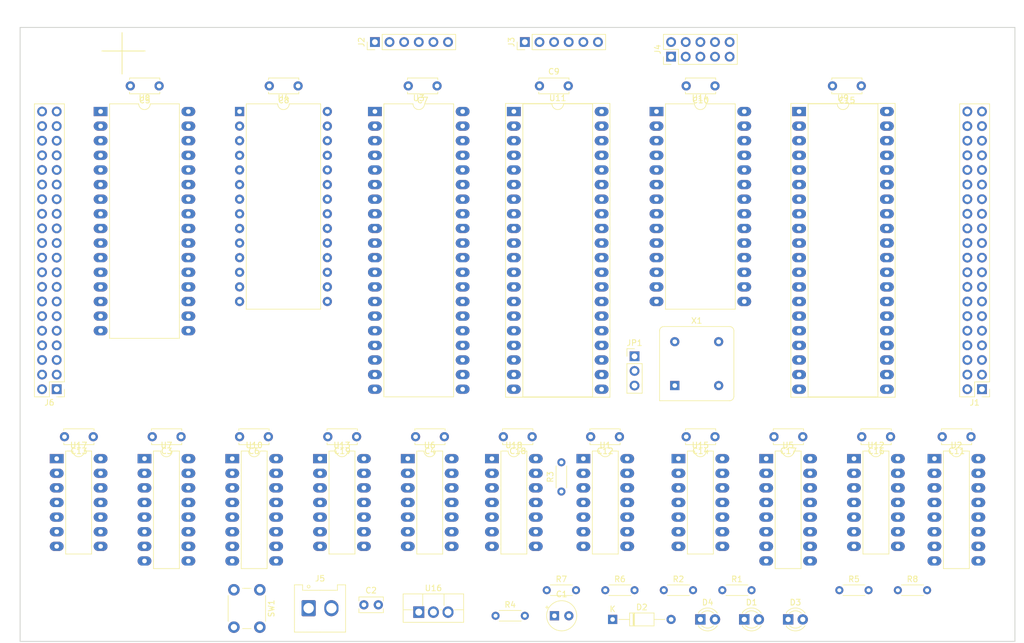
<source format=kicad_pcb>
(kicad_pcb (version 20221018) (generator pcbnew)
  (layers (0 "F.Cu" power) (1 "In1.Cu" jumper) (2 "In2.Cu" signal) (31 "B.Cu" signal) (34 "B.Paste" user) (35 "F.Paste" user) (36 "B.SilkS" user "B.Silkscreen") (37 "F.SilkS" user "F.Silkscreen") (38 "B.Mask" user) (39 "F.Mask" user) (44 "Edge.Cuts" user))
  (net 0 "")
  (net 1 "GND")
  (net 2 "+5V")
  (net 3 "/nINT")
  (net 4 "VCC")
  (net 5 "/CLK")
  (net 6 "Net-(D2-K)")
  (net 7 "Net-(J5-Pin_1)")
  (net 8 "/A2")
  (net 9 "/A3")
  (net 10 "/A4")
  (net 11 "/nBANK")
  (net 12 "/nIORQ")
  (net 13 "/nDART")
  (net 14 "/nCTC")
  (net 15 "Net-(D1-K)")
  (net 16 "/nPIO")
  (net 17 "/A11")
  (net 18 "/nRD")
  (net 19 "/A12")
  (net 20 "/nWR")
  (net 21 "/A13")
  (net 22 "Net-(D3-K)")
  (net 23 "/A14")
  (net 24 "/A15")
  (net 25 "Net-(D4-K)")
  (net 26 "/nRST")
  (net 27 "/D4")
  (net 28 "/nM1")
  (net 29 "/D3")
  (net 30 "Net-(J1-Pin_1)")
  (net 31 "/D5")
  (net 32 "/D6")
  (net 33 "/A0")
  (net 34 "/A1")
  (net 35 "/D2")
  (net 36 "/D7")
  (net 37 "/D0")
  (net 38 "/D1")
  (net 39 "/A5")
  (net 40 "/A6")
  (net 41 "/A7")
  (net 42 "/A8")
  (net 43 "/nMREQ")
  (net 44 "/A9")
  (net 45 "/A10")
  (net 46 "/nROM")
  (net 47 "/nRAM")
  (net 48 "/BANK4")
  (net 49 "/BANK5")
  (net 50 "Net-(U6-Pad2)")
  (net 51 "/BANK1")
  (net 52 "/BANK0")
  (net 53 "/BANK3")
  (net 54 "/BANK2")
  (net 56 "Net-(J1-Pin_3)")
  (net 57 "Net-(J1-Pin_5)")
  (net 58 "/PIEO")
  (net 59 "Net-(J1-Pin_7)")
  (net 60 "Net-(J1-Pin_9)")
  (net 61 "Net-(J1-Pin_11)")
  (net 62 "Net-(J1-Pin_13)")
  (net 63 "/nRd")
  (net 64 "Net-(J1-Pin_15)")
  (net 65 "Net-(J1-Pin_17)")
  (net 66 "Net-(R5-Pad1)")
  (net 67 "Net-(R1-Pad1)")
  (net 68 "Net-(J1-Pin_19)")
  (net 69 "/nDCDB")
  (net 70 "Net-(J1-Pin_21)")
  (net 71 "Net-(J1-Pin_23)")
  (net 72 "Net-(J1-Pin_25)")
  (net 73 "/BAUD_B")
  (net 74 "Net-(J1-Pin_27)")
  (net 75 "/nRIA")
  (net 76 "Net-(J1-Pin_29)")
  (net 77 "/BAUD_A")
  (net 78 "Net-(J1-Pin_31)")
  (net 79 "Net-(J1-Pin_33)")
  (net 80 "Net-(J1-Pin_35)")
  (net 81 "/nDCDA")
  (net 82 "Net-(J1-Pin_37)")
  (net 83 "Net-(J1-Pin_39)")
  (net 84 "Net-(J2-Pin_5)")
  (net 86 "Net-(J2-Pin_3)")
  (net 87 "Net-(J2-Pin_2)")
  (net 88 "Net-(J2-Pin_1)")
  (net 89 "Net-(J3-Pin_1)")
  (net 90 "Net-(J3-Pin_2)")
  (net 91 "Net-(J3-Pin_3)")
  (net 93 "Net-(J3-Pin_5)")
  (net 94 "Net-(JP1-C)")
  (net 95 "Net-(U3-~{NMI})")
  (net 96 "Net-(U3-~{BUSRQ})")
  (net 98 "Net-(U1A-D)")
  (net 99 "Net-(U1A-C)")
  (net 103 "/nMRD")
  (net 104 "/nMWR")
  (net 105 "/TRG3")
  (net 106 "/TO0")
  (net 107 "/TRG0")
  (net 108 "Net-(U3-~{HALT})")
  (net 110 "/RA14")
  (net 111 "/nBOOT")
  (net 113 "/BANK7")
  (net 114 "/BANK6")
  (net 115 "/nRBOOT")
  (net 117 "Net-(U10-Zc)")
  (net 118 "/DIEO")
  (net 122 "Net-(U17A-Q)")
  (net 123 "Net-(U17B-~{Q})")
  (net 124 "/nIO14")
  (net 125 "/nIO18")
  (net 126 "Net-(R6-Pad1)")
  (net 127 "Net-(U17A-D)")
  (net 128 "/nWAIT")
  (net 131 "/CLK2")
  (net 133 "Net-(U18A-D)")
  (footprint "Capacitor_THT:CP_Radial_Tantal_D5.0mm_P2.50mm" (layer "F.Cu") (at 118.174888 127.635)
    (fp_text reference "C1")
    (fp_text value "10uF")
  )
  (footprint "Button_Switch_THT:SW_PUSH_6mm" (layer "F.Cu") (at 67.02 123.115 -90)
    (fp_text reference "SW1")
    (fp_text value "SW_Push")
  )
  (footprint "Package_DIP:DIP-14_W7.62mm_LongPads" (layer "F.Cu") (at 123.19 100.33)
    (fp_text reference "U1")
    (fp_text value "74AS74")
  )
  (footprint "Package_DIP:DIP-16_W7.62mm_LongPads" (layer "F.Cu") (at 184.15 100.33)
    (fp_text reference "U2")
    (fp_text value "74LS138")
  )
  (footprint "Package_DIP:DIP-40_W15.24mm_LongPads" (layer "F.Cu") (at 86.995 40.005)
    (fp_text reference "U3")
    (fp_text value "Z80CPU")
  )
  (footprint "Package_DIP:DIP-28_W15.24mm" (layer "F.Cu") (at 63.5 40.005)
    (fp_text reference "U4")
    (fp_text value "AT28C256")
  )
  (footprint "Package_DIP:DIP-16_W7.62mm_LongPads" (layer "F.Cu") (at 154.94 100.33)
    (fp_text reference "U5")
    (fp_text value "74LS670")
  )
  (footprint "Package_DIP:DIP-14_W7.62mm_LongPads" (layer "F.Cu") (at 92.71 100.33)
    (fp_text reference "U6")
    (fp_text value "74HC14")
  )
  (footprint "Package_DIP:DIP-40_W15.24mm_Socket_LongPads" (layer "F.Cu") (at 111.125 40.005)
    (fp_text reference "U11")
    (fp_text value "Z80-DART")
  )
  (footprint "Package_DIP:DIP-40_W15.24mm_Socket_LongPads" (layer "F.Cu") (at 160.655 40.005)
    (fp_text reference "U9")
    (fp_text value "Z80-PIO")
  )
  (footprint "Package_DIP:DIP-32_W15.24mm_LongPads" (layer "F.Cu") (at 39.37 40.005)
    (fp_text reference "U8")
    (fp_text value "AS6C4008")
  )
  (footprint "Package_DIP:DIP-28_W15.24mm_LongPads" (layer "F.Cu") (at 135.89 40.005)
    (fp_text reference "U14")
    (fp_text value "CTC")
  )
  (footprint "Package_DIP:DIP-16_W7.62mm_LongPads" (layer "F.Cu") (at 62.23 100.33)
    (fp_text reference "U10")
    (fp_text value "74LS157")
  )
  (footprint "Package_DIP:DIP-16_W7.62mm_LongPads" (layer "F.Cu") (at 46.99 100.33)
    (fp_text reference "U7")
    (fp_text value "74LS670")
  )
  (footprint "Package_DIP:DIP-14_W7.62mm_LongPads" (layer "F.Cu") (at 170.18 100.33)
    (fp_text reference "U12")
    (fp_text value "74HCT04")
  )
  (footprint "Package_DIP:DIP-14_W7.62mm_LongPads" (layer "F.Cu") (at 77.47 100.33)
    (fp_text reference "U13")
    (fp_text value "74LS32")
  )
  (footprint "Package_DIP:DIP-14_W7.62mm_LongPads" (layer "F.Cu") (at 139.7 100.33)
    (fp_text reference "U15")
    (fp_text value "74HCT04")
  )
  (footprint "LED_THT:LED_D3.0mm" (layer "F.Cu") (at 158.75 128.27)
    (fp_text reference "D3")
    (fp_text value "LED")
  )
  (footprint "LED_THT:LED_D3.0mm" (layer "F.Cu") (at 151.13 128.27)
    (fp_text reference "D1")
    (fp_text value "LED")
  )
  (footprint "Connector_PinHeader_2.54mm:PinHeader_2x20_P2.54mm_Vertical" (layer "F.Cu") (at 192.405 88.265 180)
    (fp_text reference "J1")
    (fp_text value "Conn_02x20_Odd_Even")
  )
  (footprint "Connector_PinHeader_2.54mm:PinHeader_2x05_P2.54mm_Vertical" (layer "F.Cu") (at 138.43 30.48 90)
    (fp_text reference "J4")
    (fp_text value "Conn_02x05_Odd_Even")
  )
  (footprint "Connector_PinHeader_2.54mm:PinHeader_1x06_P2.54mm_Vertical" (layer "F.Cu") (at 113.03 27.94 90)
    (fp_text reference "J3")
    (fp_text value "Conn_01x06")
  )
  (footprint "Capacitor_THT:C_Disc_D5.0mm_W2.5mm_P5.00mm" (layer "F.Cu") (at 53.34 96.52 180)
    (fp_text reference "C3")
    (fp_text value "0.1uF")
  )
  (footprint "Capacitor_THT:C_Disc_D5.0mm_W2.5mm_P5.00mm" (layer "F.Cu") (at 99.06 96.52 180)
    (fp_text reference "C4")
    (fp_text value "0.1uF")
  )
  (footprint "Capacitor_THT:C_Disc_D5.0mm_W2.5mm_P5.00mm" (layer "F.Cu") (at 49.53 35.56 180)
    (fp_text reference "C5")
    (fp_text value "0.1uF")
  )
  (footprint "Capacitor_THT:C_Disc_D5.0mm_W2.5mm_P5.00mm" (layer "F.Cu") (at 68.5 96.52 180)
    (fp_text reference "C6")
    (fp_text value "0.1uF")
  )
  (footprint "Capacitor_THT:C_Disc_D5.0mm_W2.5mm_P5.00mm" (layer "F.Cu") (at 97.79 35.56 180)
    (fp_text reference "C7")
    (fp_text value "0.1uF")
  )
  (footprint "Capacitor_THT:C_Disc_D5.0mm_W2.5mm_P5.00mm" (layer "F.Cu") (at 73.66 35.56 180)
    (fp_text reference "C8")
    (fp_text value "0.1uF")
  )
  (footprint "Capacitor_THT:C_Disc_D5.0mm_W2.5mm_P5.00mm" (layer "F.Cu") (at 115.57 35.56)
    (fp_text reference "C9")
    (fp_text value "0.1uF")
  )
  (footprint "Capacitor_THT:C_Disc_D5.0mm_W2.5mm_P5.00mm" (layer "F.Cu") (at 146.05 35.56 180)
    (fp_text reference "C10")
    (fp_text value "0.1uF")
  )
  (footprint "Capacitor_THT:C_Disc_D5.0mm_W2.5mm_P5.00mm" (layer "F.Cu") (at 190.5 96.52 180)
    (fp_text reference "C11")
    (fp_text value "0.1uF")
  )
  (footprint "Capacitor_THT:C_Disc_D5.0mm_W2.5mm_P5.00mm" (layer "F.Cu") (at 129.46 96.52 180)
    (fp_text reference "C12")
    (fp_text value "0.1uF")
  )
  (footprint "Capacitor_THT:C_Disc_D5.0mm_W2.5mm_P5.00mm" (layer "F.Cu") (at 38.1 96.52 180)
    (fp_text reference "C13")
    (fp_text value "0.1uF")
  )
  (footprint "Capacitor_THT:C_Disc_D5.0mm_W2.5mm_P5.00mm" (layer "F.Cu") (at 146.05 96.52 180)
    (fp_text reference "C14")
    (fp_text value "0.1uF")
  )
  (footprint "Capacitor_THT:C_Disc_D5.0mm_W2.5mm_P5.00mm" (layer "F.Cu") (at 171.45 35.56 180)
    (fp_text reference "C15")
    (fp_text value "0.1uF")
  )
  (footprint "Capacitor_THT:C_Disc_D5.0mm_W2.5mm_P5.00mm" (layer "F.Cu") (at 176.53 96.52 180)
    (fp_text reference "C16")
    (fp_text value "0.1uF")
  )
  (footprint "Capacitor_THT:C_Disc_D5.0mm_W2.5mm_P5.00mm" (layer "F.Cu") (at 161.29 96.52 180)
    (fp_text reference "C17")
    (fp_text value "0.1uF")
  )
  (footprint "Capacitor_THT:C_Disc_D5.0mm_W2.5mm_P5.00mm" (layer "F.Cu") (at 114.3 96.52 180)
    (fp_text reference "C18")
    (fp_text value "0.1uF")
  )
  (footprint "Capacitor_THT:C_Disc_D5.0mm_W2.5mm_P5.00mm" (layer "F.Cu") (at 83.82 96.52 180)
    (fp_text reference "C19")
    (fp_text value "0.1uF")
  )
  (footprint "Connector_Hirose:Hirose_DF63-2P-3.96DSA_1x02_P3.96mm_Horizontal" (layer "F.Cu") (at 75.49 126.315)
    (fp_text reference "J5")
    (fp_text value "Conn_01x02")
  )
  (footprint "Connector_PinHeader_2.54mm:PinHeader_2x20_P2.54mm_Vertical" (layer "F.Cu") (at 31.75 88.265 180)
    (fp_text reference "J6")
    (fp_text value "Conn_02x20_Odd_Even")
  )
  (footprint "Resistor_THT:R_Axial_DIN0204_L3.6mm_D1.6mm_P5.08mm_Horizontal" (layer "F.Cu") (at 127 123.19)
    (fp_text reference "R6")
    (fp_text value "470")
  )
  (footprint "Resistor_THT:R_Axial_DIN0204_L3.6mm_D1.6mm_P5.08mm_Horizontal" (layer "F.Cu") (at 116.84 123.19)
    (fp_text reference "R7")
    (fp_text value "4.7k")
  )
  (footprint "Package_DIP:DIP-14_W7.62mm_LongPads" (layer "F.Cu") (at 31.75 100.33)
    (fp_text reference "U17")
    (fp_text value "74AS74")
  )
  (footprint "Connector_PinHeader_2.54mm:PinHeader_1x06_P2.54mm_Vertical" (layer "F.Cu") (at 86.995 27.94 90)
    (fp_text reference "J2")
    (fp_text value "Conn_01x06")
  )
  (footprint "Resistor_THT:R_Axial_DIN0204_L3.6mm_D1.6mm_P5.08mm_Horizontal" (layer "F.Cu") (at 137.16 123.19)
    (fp_text reference "R2")
    (fp_text value "4.7k")
  )
  (footprint "Resistor_THT:R_Axial_DIN0204_L3.6mm_D1.6mm_P5.08mm_Horizontal" (layer "F.Cu") (at 107.95 127.635)
    (fp_text reference "R4")
    (fp_text value "10k")
  )
  (footprint "Resistor_THT:R_Axial_DIN0204_L3.6mm_D1.6mm_P5.08mm_Horizontal" (layer "F.Cu") (at 167.64 123.19)
    (fp_text reference "R5")
    (fp_text value "470")
  )
  (footprint "Resistor_THT:R_Axial_DIN0204_L3.6mm_D1.6mm_P5.08mm_Horizontal" (layer "F.Cu") (at 147.32 123.19)
    (fp_text reference "R1")
    (fp_text value "470")
  )
  (footprint "LED_THT:LED_D3.0mm" (layer "F.Cu") (at 143.51 128.27)
    (fp_text reference "D4")
    (fp_text value "LED")
  )
  (footprint "Package_TO_SOT_THT:TO-220F-3_Vertical" (layer "F.Cu") (at 94.615 127)
    (fp_text reference "U16")
    (fp_text value "uA7805")
  )
  (footprint "Capacitor_THT:C_Rect_L4.0mm_W2.5mm_P2.50mm" (layer "F.Cu") (at 85.09 125.73)
    (fp_text reference "C2")
    (fp_text value "0.33uF")
  )
  (footprint "Diode_THT:D_DO-35_SOD27_P10.16mm_Horizontal" (layer "F.Cu") (at 128.27 128.27)
    (fp_text reference "D2")
    (fp_text value "1N914")
  )
  (footprint "Resistor_THT:R_Axial_DIN0204_L3.6mm_D1.6mm_P5.08mm_Horizontal" (layer "F.Cu") (at 119.38 106.045 90)
    (fp_text reference "R3")
    (fp_text value "1k")
  )
  (footprint "Connector_PinHeader_2.54mm:PinHeader_1x03_P2.54mm_Vertical" (layer "F.Cu") (at 132.08 82.55)
    (fp_text reference "JP1")
    (fp_text value "JPR3")
  )
  (footprint "Package_DIP:DIP-14_W7.62mm_LongPads" (layer "F.Cu") (at 107.315 100.33)
    (fp_text reference "U18")
    (fp_text value "74AS74")
  )
  (footprint "Oscillator:Oscillator_DIP-8" (layer "F.Cu") (at 139.065 87.63)
    (fp_text reference "X1")
    (fp_text value "7.3728MHz")
  )
  (footprint "Resistor_THT:R_Axial_DIN0204_L3.6mm_D1.6mm_P5.08mm_Horizontal" (layer "F.Cu") (at 177.8 123.19)
    (fp_text reference "R8")
    (fp_text value "4.7k")
  )
  (gr_line (start 43.1 29.5) (end 43.1 33.5) (stroke (width 0.15)) (layer "F.SilkS"))
  (gr_line (start 43.1 29.5) (end 47.1 29.5) (stroke (width 0.15)) (layer "F.SilkS"))
  (gr_line (start 43.1 29.5) (end 39.6 29.5) (stroke (width 0.15)) (layer "F.SilkS"))
  (gr_line (start 43.1 29.5) (end 43.1 26.3) (stroke (width 0.15)) (layer "F.SilkS"))
  (gr_line (start 198.12 25.4) (end 198.12 132.08) (stroke (width 0.15)) (layer "Edge.Cuts"))
  (gr_line (start 25.4 132.08) (end 25.4 25.4) (stroke (width 0.15)) (layer "Edge.Cuts"))
  (gr_line (start 25.4 25.4) (end 198.12 25.4) (stroke (width 0.15)) (layer "Edge.Cuts"))
  (gr_line (start 198.12 132.08) (end 25.4 132.08) (stroke (width 0.15)) (layer "Edge.Cuts"))
)
</source>
